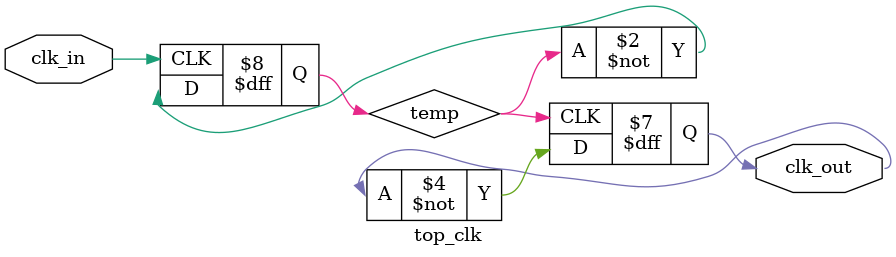
<source format=sv>
module top_clk(clk_in, clk_out);
    input clk_in;
    output reg clk_out;
    
    reg temp = 0;
   
    initial begin
        clk_out = 0;
    end
    
    always @(posedge clk_in) begin
        temp = ~temp;
    end
    
    always @(posedge temp) begin
        clk_out = ~clk_out;
    end
endmodule
</source>
